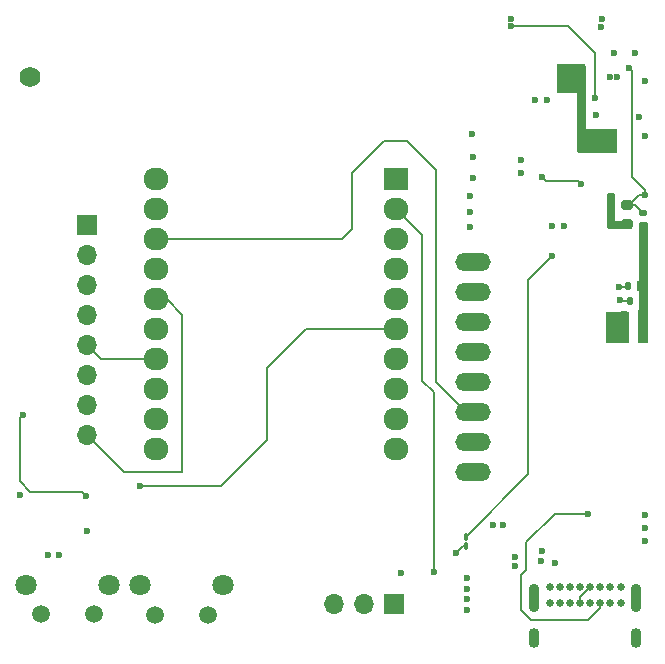
<source format=gbr>
%TF.GenerationSoftware,KiCad,Pcbnew,8.0.0*%
%TF.CreationDate,2025-02-07T12:18:44-03:30*%
%TF.ProjectId,Detection_Eval,44657465-6374-4696-9f6e-5f4576616c2e,rev?*%
%TF.SameCoordinates,Original*%
%TF.FileFunction,Copper,L1,Top*%
%TF.FilePolarity,Positive*%
%FSLAX46Y46*%
G04 Gerber Fmt 4.6, Leading zero omitted, Abs format (unit mm)*
G04 Created by KiCad (PCBNEW 8.0.0) date 2025-02-07 12:18:44*
%MOMM*%
%LPD*%
G01*
G04 APERTURE LIST*
G04 Aperture macros list*
%AMRoundRect*
0 Rectangle with rounded corners*
0 $1 Rounding radius*
0 $2 $3 $4 $5 $6 $7 $8 $9 X,Y pos of 4 corners*
0 Add a 4 corners polygon primitive as box body*
4,1,4,$2,$3,$4,$5,$6,$7,$8,$9,$2,$3,0*
0 Add four circle primitives for the rounded corners*
1,1,$1+$1,$2,$3*
1,1,$1+$1,$4,$5*
1,1,$1+$1,$6,$7*
1,1,$1+$1,$8,$9*
0 Add four rect primitives between the rounded corners*
20,1,$1+$1,$2,$3,$4,$5,0*
20,1,$1+$1,$4,$5,$6,$7,0*
20,1,$1+$1,$6,$7,$8,$9,0*
20,1,$1+$1,$8,$9,$2,$3,0*%
G04 Aperture macros list end*
%TA.AperFunction,ComponentPad*%
%ADD10O,1.700000X1.700000*%
%TD*%
%TA.AperFunction,ComponentPad*%
%ADD11R,1.700000X1.700000*%
%TD*%
%TA.AperFunction,SMDPad,CuDef*%
%ADD12RoundRect,0.135000X0.135000X0.185000X-0.135000X0.185000X-0.135000X-0.185000X0.135000X-0.185000X0*%
%TD*%
%TA.AperFunction,SMDPad,CuDef*%
%ADD13RoundRect,0.225000X0.225000X0.250000X-0.225000X0.250000X-0.225000X-0.250000X0.225000X-0.250000X0*%
%TD*%
%TA.AperFunction,SMDPad,CuDef*%
%ADD14RoundRect,0.100000X-0.100000X0.217500X-0.100000X-0.217500X0.100000X-0.217500X0.100000X0.217500X0*%
%TD*%
%TA.AperFunction,ComponentPad*%
%ADD15C,0.650000*%
%TD*%
%TA.AperFunction,ComponentPad*%
%ADD16O,0.900000X1.700000*%
%TD*%
%TA.AperFunction,ComponentPad*%
%ADD17O,0.900000X2.400000*%
%TD*%
%TA.AperFunction,ComponentPad*%
%ADD18C,1.498600*%
%TD*%
%TA.AperFunction,ComponentPad*%
%ADD19C,1.803400*%
%TD*%
%TA.AperFunction,ComponentPad*%
%ADD20C,1.760000*%
%TD*%
%TA.AperFunction,SMDPad,CuDef*%
%ADD21RoundRect,0.200000X-0.275000X0.200000X-0.275000X-0.200000X0.275000X-0.200000X0.275000X0.200000X0*%
%TD*%
%TA.AperFunction,SMDPad,CuDef*%
%ADD22RoundRect,0.135000X0.185000X-0.135000X0.185000X0.135000X-0.185000X0.135000X-0.185000X-0.135000X0*%
%TD*%
%TA.AperFunction,ComponentPad*%
%ADD23R,2.100000X1.900000*%
%TD*%
%TA.AperFunction,ComponentPad*%
%ADD24O,2.100000X1.900000*%
%TD*%
%TA.AperFunction,ComponentPad*%
%ADD25O,3.000000X1.500000*%
%TD*%
%TA.AperFunction,ViaPad*%
%ADD26C,0.600000*%
%TD*%
%TA.AperFunction,Conductor*%
%ADD27C,0.200000*%
%TD*%
G04 APERTURE END LIST*
D10*
%TO.P,U5,8,BL*%
%TO.N,BACKLIGHT*%
X96300000Y-124010000D03*
%TO.P,U5,7,RST*%
%TO.N,RESET*%
X96300000Y-121470000D03*
%TO.P,U5,6,DC*%
%TO.N,DATA{slash}CMD_SEL*%
X96300000Y-118930000D03*
%TO.P,U5,5,CS*%
%TO.N,HSPI_CS*%
X96300000Y-116390000D03*
%TO.P,U5,4,CLK*%
%TO.N,HSPI_CLK*%
X96300000Y-113850000D03*
%TO.P,U5,3,DIN*%
%TO.N,HSPI_MOSI*%
X96300000Y-111310000D03*
%TO.P,U5,2,GND*%
%TO.N,GND*%
X96300000Y-108770000D03*
D11*
%TO.P,U5,1,VCC*%
%TO.N,+3V3*%
X96300000Y-106230000D03*
%TD*%
D12*
%TO.P,R2,1*%
%TO.N,+5V*%
X143160000Y-111400000D03*
%TO.P,R2,2*%
%TO.N,Net-(U6-VIN)*%
X142140000Y-111400000D03*
%TD*%
D13*
%TO.P,C4,1*%
%TO.N,+5V*%
X143375000Y-114000000D03*
%TO.P,C4,2*%
%TO.N,GND*%
X141825000Y-114000000D03*
%TD*%
D12*
%TO.P,R4,1*%
%TO.N,+5V*%
X143350000Y-112650000D03*
%TO.P,R4,2*%
%TO.N,Net-(U6-VBAT)*%
X142330000Y-112650000D03*
%TD*%
D14*
%TO.P,D1,1,K*%
%TO.N,Net-(D1-K)*%
X128400000Y-132622500D03*
%TO.P,D1,2,A*%
%TO.N,Net-(D1-A)*%
X128400000Y-133437500D03*
%TD*%
D15*
%TO.P,J1,A1,GND*%
%TO.N,GND*%
X135560000Y-136840000D03*
%TO.P,J1,A4,VBUS*%
%TO.N,VBUS*%
X136410000Y-136840000D03*
%TO.P,J1,A5,CC1*%
%TO.N,/Battery/CC1*%
X137260000Y-136840000D03*
%TO.P,J1,A6,DP1*%
%TO.N,/Battery/DP*%
X138110000Y-136840000D03*
%TO.P,J1,A7,DN1*%
%TO.N,/Battery/DN*%
X138960000Y-136840000D03*
%TO.P,J1,A8,SBU1*%
%TO.N,unconnected-(J1-SBU1-PadA8)*%
X139810000Y-136840000D03*
%TO.P,J1,A9,VBUS*%
%TO.N,VBUS*%
X140660000Y-136840000D03*
%TO.P,J1,A12,GND*%
%TO.N,GND*%
X141510000Y-136840000D03*
%TO.P,J1,B1,GND*%
X141510000Y-138190000D03*
%TO.P,J1,B4,VBUS*%
%TO.N,VBUS*%
X140660000Y-138190000D03*
%TO.P,J1,B5,CC2*%
%TO.N,/Battery/CC2*%
X139810000Y-138190000D03*
%TO.P,J1,B6,DP2*%
%TO.N,/Battery/DP*%
X138960000Y-138190000D03*
%TO.P,J1,B7,DN2*%
%TO.N,/Battery/DN*%
X138110000Y-138190000D03*
%TO.P,J1,B8,SBU2*%
%TO.N,unconnected-(J1-SBU2-PadB8)*%
X137260000Y-138190000D03*
%TO.P,J1,B9,VBUS*%
%TO.N,VBUS*%
X136410000Y-138190000D03*
%TO.P,J1,B12,GND*%
%TO.N,GND*%
X135560000Y-138190000D03*
D16*
%TO.P,J1,S1,SHELL*%
X134210000Y-141200000D03*
%TO.P,J1,S2,SHELL*%
X142860000Y-141200000D03*
D17*
%TO.P,J1,S3,SHELL*%
X134210000Y-137820000D03*
%TO.P,J1,S4,SHELL*%
X142860000Y-137820000D03*
%TD*%
D18*
%TO.P,U9,1,1*%
%TO.N,Net-(C1-Pad2)*%
X102109999Y-139200000D03*
%TO.P,U9,2,2*%
%TO.N,+5V*%
X106610000Y-139200000D03*
D19*
%TO.P,U9,3,3*%
%TO.N,GND*%
X100854999Y-136709701D03*
%TO.P,U9,4,4*%
X107865000Y-136709701D03*
%TD*%
D13*
%TO.P,C5,1*%
%TO.N,+5V*%
X143375000Y-115700000D03*
%TO.P,C5,2*%
%TO.N,GND*%
X141825000Y-115700000D03*
%TD*%
D20*
%TO.P,BT2,N*%
%TO.N,GND*%
X91500000Y-93700000D03*
%TO.P,BT2,P*%
%TO.N,Net-(BT2-PadP)*%
X137370000Y-93700000D03*
%TD*%
D18*
%TO.P,U2,1,1*%
%TO.N,Net-(C2-Pad2)*%
X92471749Y-139166699D03*
%TO.P,U2,2,2*%
%TO.N,+5V*%
X96971750Y-139166699D03*
D19*
%TO.P,U2,3,3*%
%TO.N,GND*%
X91216749Y-136676400D03*
%TO.P,U2,4,4*%
X98226750Y-136676400D03*
%TD*%
D11*
%TO.P,U4,1,SIGNAL*%
%TO.N,Net-(U4-SIGNAL)*%
X122335000Y-138325000D03*
D10*
%TO.P,U4,2,V+*%
%TO.N,+3V3*%
X119795000Y-138325000D03*
%TO.P,U4,3,GND*%
%TO.N,GND*%
X117255000Y-138325000D03*
%TD*%
D21*
%TO.P,R12,1*%
%TO.N,Net-(U7-FB)*%
X142050000Y-104500000D03*
%TO.P,R12,2*%
%TO.N,GND*%
X142050000Y-106150000D03*
%TD*%
D22*
%TO.P,R11,1*%
%TO.N,+5V*%
X143400000Y-106200000D03*
%TO.P,R11,2*%
%TO.N,Net-(U7-FB)*%
X143400000Y-105180000D03*
%TD*%
D23*
%TO.P,U6,1,RESET_5V*%
%TO.N,unconnected-(U6-RESET_5V-Pad1)*%
X122500000Y-102340000D03*
D24*
%TO.P,U6,2,ADC*%
%TO.N,ECG*%
X122500000Y-104880000D03*
%TO.P,U6,3,CH_PD*%
%TO.N,unconnected-(U6-CH_PD-Pad3)*%
X122500000Y-107420000D03*
%TO.P,U6,4,GPIO16*%
%TO.N,RESET*%
X122500000Y-109960000D03*
%TO.P,U6,5,GPIO14*%
%TO.N,HSPI_CLK*%
X122500000Y-112500000D03*
%TO.P,U6,6,GPIO12*%
%TO.N,Net-(U6-GPIO12)*%
X122500000Y-115040000D03*
%TO.P,U6,7,GPIO13*%
%TO.N,HSPI_MOSI*%
X122500000Y-117580000D03*
%TO.P,U6,8,VIN*%
%TO.N,Net-(U6-VIN)*%
X122500000Y-120120000D03*
%TO.P,U6,9,VBAT*%
%TO.N,Net-(U6-VBAT)*%
X122500000Y-122660000D03*
%TO.P,U6,10,GND*%
%TO.N,GND*%
X122500000Y-125200000D03*
%TO.P,U6,11,GND*%
X102180000Y-125200000D03*
%TO.P,U6,12,LDO_EN*%
%TO.N,unconnected-(U6-LDO_EN-Pad12)*%
X102180000Y-122660000D03*
%TO.P,U6,13,3.3V*%
%TO.N,+3V3*%
X102180000Y-120120000D03*
%TO.P,U6,14,GPIO15*%
%TO.N,HSPI_CS*%
X102180000Y-117580000D03*
%TO.P,U6,15,GPIO2*%
%TO.N,DATA{slash}CMD_SEL*%
X102180000Y-115040000D03*
%TO.P,U6,16,GPIO0*%
%TO.N,BACKLIGHT*%
X102180000Y-112500000D03*
%TO.P,U6,17,GPIO4*%
%TO.N,SDA_ACCEL*%
X102180000Y-109960000D03*
%TO.P,U6,18,GPIO5*%
%TO.N,SCL_ACCEL*%
X102180000Y-107420000D03*
%TO.P,U6,19,RXD*%
%TO.N,unconnected-(U6-RXD-Pad19)*%
X102180000Y-104880000D03*
%TO.P,U6,20,TXD*%
%TO.N,unconnected-(U6-TXD-Pad20)*%
X102180000Y-102340000D03*
%TD*%
D25*
%TO.P,U3,8,INT*%
%TO.N,unconnected-(U3-INT-Pad8)*%
X129018400Y-109387400D03*
%TO.P,U3,7,ADO*%
%TO.N,Net-(U3-ADO)*%
X129018400Y-111927400D03*
%TO.P,U3,6,XCL*%
%TO.N,unconnected-(U3-XCL-Pad6)*%
X129018400Y-114467400D03*
%TO.P,U3,5,XDA*%
%TO.N,unconnected-(U3-XDA-Pad5)*%
X129018400Y-117007400D03*
%TO.P,U3,4,SDA*%
%TO.N,SDA_ACCEL*%
X129018400Y-119547400D03*
%TO.P,U3,3,SCL*%
%TO.N,SCL_ACCEL*%
X129018400Y-122087400D03*
%TO.P,U3,2,GND*%
%TO.N,GND*%
X129018400Y-124627400D03*
%TO.P,U3,1,VCC*%
%TO.N,+3V3*%
X129018400Y-127167400D03*
%TD*%
D26*
%TO.N,Net-(BT2-PadP)*%
X140850000Y-99750000D03*
X140050000Y-99750000D03*
%TO.N,+5V*%
X143400000Y-107600000D03*
%TO.N,Net-(U7-SW)*%
X132250000Y-89400000D03*
%TO.N,VDD*%
X133050000Y-101800000D03*
%TO.N,GND*%
X122950000Y-135650000D03*
%TO.N,VDD*%
X130700000Y-131650000D03*
X131600000Y-131650000D03*
%TO.N,VBUS*%
X132550000Y-134350000D03*
X132550000Y-135100000D03*
%TO.N,GND*%
X136000000Y-134800000D03*
X134800000Y-134700000D03*
X134850000Y-133800000D03*
%TO.N,VCC*%
X143550000Y-94000000D03*
%TO.N,Net-(U7-FB)*%
X143610000Y-103700000D03*
X142250000Y-92950000D03*
%TO.N,Net-(D1-K)*%
X135750000Y-108850000D03*
%TO.N,Net-(U6-VIN)*%
X141400000Y-111450000D03*
%TO.N,Net-(U6-VBAT)*%
X141470000Y-112600000D03*
%TO.N,Net-(U6-GPIO12)*%
X100850000Y-128350000D03*
%TO.N,ECG*%
X125700000Y-135600000D03*
%TO.N,FAILSAFE*%
X96250000Y-129150000D03*
X90950000Y-122300000D03*
%TO.N,Net-(U8-OUT)*%
X138150000Y-102747802D03*
X134836589Y-102172073D03*
%TO.N,VDD*%
X133050000Y-100750000D03*
%TO.N,+5V*%
X96350000Y-132100000D03*
%TO.N,/Battery/CC2*%
X138750000Y-130700000D03*
%TO.N,VCC*%
X135300000Y-95600000D03*
X134300000Y-95600000D03*
X143100000Y-97050000D03*
%TO.N,Net-(U7-SW)*%
X139350000Y-95450000D03*
X132250000Y-88800000D03*
%TO.N,+5V*%
X143400000Y-108850000D03*
X143400000Y-110050000D03*
X140600000Y-93700000D03*
X141250000Y-93700000D03*
%TO.N,Net-(D1-A)*%
X127600000Y-134000000D03*
%TO.N,GND*%
X140550000Y-115650000D03*
X140550000Y-114850000D03*
X140550000Y-114050000D03*
X90700000Y-129100000D03*
X94000000Y-134200000D03*
X93000000Y-134200000D03*
X143600000Y-133000000D03*
X143600000Y-131900000D03*
X143600000Y-130800000D03*
X128500000Y-138800000D03*
X128500000Y-137900000D03*
X128500000Y-137000000D03*
X128500000Y-136100000D03*
X139900000Y-89450000D03*
X139950000Y-88800000D03*
X140700000Y-104700000D03*
X140700000Y-105500000D03*
X140700000Y-103900000D03*
X136700000Y-106300000D03*
X135700000Y-106300000D03*
X143610000Y-98700000D03*
X139400000Y-96900000D03*
X128800000Y-106400000D03*
X128800000Y-105100000D03*
X128800000Y-103800000D03*
X129000000Y-102200000D03*
X129000000Y-100500000D03*
X128900000Y-98500000D03*
%TO.N,VCC*%
X141000000Y-91700000D03*
X142700000Y-91700000D03*
%TD*%
D27*
%TO.N,Net-(U7-SW)*%
X139350000Y-91650000D02*
X139350000Y-95450000D01*
X137100000Y-89400000D02*
X139350000Y-91650000D01*
X132250000Y-89400000D02*
X137100000Y-89400000D01*
%TO.N,Net-(U8-OUT)*%
X134836589Y-102172073D02*
X135164516Y-102500000D01*
X137902198Y-102500000D02*
X138150000Y-102747802D01*
X135164516Y-102500000D02*
X137902198Y-102500000D01*
%TO.N,Net-(D1-K)*%
X133700000Y-110900000D02*
X133700000Y-127322500D01*
X133700000Y-127322500D02*
X128400000Y-132622500D01*
X135750000Y-108850000D02*
X133700000Y-110900000D01*
%TO.N,Net-(U7-FB)*%
X143050000Y-103700000D02*
X142250000Y-104500000D01*
X143610000Y-103700000D02*
X143050000Y-103700000D01*
X143610000Y-103700000D02*
X143610000Y-103260000D01*
X142500000Y-102150000D02*
X142500000Y-93200000D01*
X143610000Y-103260000D02*
X142500000Y-102150000D01*
X142500000Y-93200000D02*
X142250000Y-92950000D01*
%TO.N,/Battery/CC2*%
X133100000Y-138850000D02*
X133100000Y-135850000D01*
X133950000Y-139700000D02*
X133100000Y-138850000D01*
X135950000Y-130700000D02*
X138750000Y-130700000D01*
X138759619Y-139700000D02*
X133950000Y-139700000D01*
X133550000Y-135400000D02*
X133550000Y-133100000D01*
X133100000Y-135850000D02*
X133550000Y-135400000D01*
X139810000Y-138649619D02*
X138759619Y-139700000D01*
X133550000Y-133100000D02*
X135950000Y-130700000D01*
X139810000Y-138190000D02*
X139810000Y-138649619D01*
%TO.N,SCL_ACCEL*%
X125850000Y-119550000D02*
X128387400Y-122087400D01*
X123400000Y-99100000D02*
X125850000Y-101550000D01*
X128387400Y-122087400D02*
X129018400Y-122087400D01*
X121450000Y-99100000D02*
X123400000Y-99100000D01*
X118750000Y-106600000D02*
X118750000Y-101800000D01*
X117930000Y-107420000D02*
X118750000Y-106600000D01*
X118750000Y-101800000D02*
X121450000Y-99100000D01*
X125850000Y-101550000D02*
X125850000Y-119550000D01*
X102180000Y-107420000D02*
X117930000Y-107420000D01*
%TO.N,BACKLIGHT*%
X103100000Y-112500000D02*
X102180000Y-112500000D01*
X104400000Y-113800000D02*
X103100000Y-112500000D01*
X99440000Y-127150000D02*
X104400000Y-127150000D01*
X96300000Y-124010000D02*
X99440000Y-127150000D01*
X104400000Y-127150000D02*
X104400000Y-113800000D01*
%TO.N,Net-(U6-GPIO12)*%
X114860000Y-115040000D02*
X122500000Y-115040000D01*
X111600000Y-124450000D02*
X111600000Y-118300000D01*
X107700000Y-128350000D02*
X111600000Y-124450000D01*
X100850000Y-128350000D02*
X107700000Y-128350000D01*
X111600000Y-118300000D02*
X114860000Y-115040000D01*
%TO.N,FAILSAFE*%
X90650000Y-122600000D02*
X90950000Y-122300000D01*
X90650000Y-127900000D02*
X90650000Y-122600000D01*
X91550000Y-128800000D02*
X90650000Y-127900000D01*
X95900000Y-128800000D02*
X91550000Y-128800000D01*
X96250000Y-129150000D02*
X95900000Y-128800000D01*
%TO.N,Net-(U7-FB)*%
X142720000Y-104500000D02*
X143400000Y-105180000D01*
X142050000Y-104500000D02*
X142720000Y-104500000D01*
%TO.N,Net-(U6-VBAT)*%
X141520000Y-112650000D02*
X141470000Y-112600000D01*
X142330000Y-112650000D02*
X141520000Y-112650000D01*
%TO.N,Net-(U6-VIN)*%
X142300000Y-111450000D02*
X141400000Y-111450000D01*
%TO.N,ECG*%
X124700000Y-107080000D02*
X122500000Y-104880000D01*
X124700000Y-119400000D02*
X124700000Y-107080000D01*
X125700000Y-120400000D02*
X124700000Y-119400000D01*
X125700000Y-135600000D02*
X125700000Y-120400000D01*
%TO.N,HSPI_CS*%
X97490000Y-117580000D02*
X102180000Y-117580000D01*
X96300000Y-116390000D02*
X97490000Y-117580000D01*
%TO.N,/Battery/DN*%
X138960000Y-136880381D02*
X138960000Y-136840000D01*
X138110000Y-137730381D02*
X138960000Y-136880381D01*
X138110000Y-138190000D02*
X138110000Y-137730381D01*
%TO.N,Net-(D1-A)*%
X128162500Y-133437500D02*
X127600000Y-134000000D01*
X128400000Y-133437500D02*
X128162500Y-133437500D01*
%TD*%
%TA.AperFunction,Conductor*%
%TO.N,GND*%
G36*
X142193039Y-113619685D02*
G01*
X142238794Y-113672489D01*
X142250000Y-113724000D01*
X142250000Y-116076000D01*
X142230315Y-116143039D01*
X142177511Y-116188794D01*
X142126000Y-116200000D01*
X140374000Y-116200000D01*
X140306961Y-116180315D01*
X140261206Y-116127511D01*
X140250000Y-116076000D01*
X140250000Y-113724000D01*
X140269685Y-113656961D01*
X140322489Y-113611206D01*
X140374000Y-113600000D01*
X142126000Y-113600000D01*
X142193039Y-113619685D01*
G37*
%TD.AperFunction*%
%TD*%
%TA.AperFunction,Conductor*%
%TO.N,+5V*%
G36*
X143793039Y-105969685D02*
G01*
X143838794Y-106022489D01*
X143850000Y-106074000D01*
X143850000Y-116076000D01*
X143830315Y-116143039D01*
X143777511Y-116188794D01*
X143726000Y-116200000D01*
X143074000Y-116200000D01*
X143006961Y-116180315D01*
X142961206Y-116127511D01*
X142950000Y-116076000D01*
X142950000Y-113572040D01*
X142969685Y-113505001D01*
X143022489Y-113459246D01*
X143091647Y-113449302D01*
X143098664Y-113450962D01*
X143100000Y-113450000D01*
X143100000Y-112910408D01*
X143100382Y-112900679D01*
X143100500Y-112899181D01*
X143100499Y-112400820D01*
X143100382Y-112399332D01*
X143100000Y-112389607D01*
X143100000Y-111800000D01*
X143032773Y-111800000D01*
X142965734Y-111780315D01*
X142919979Y-111727511D01*
X142909155Y-111666272D01*
X142910499Y-111649188D01*
X142910500Y-111649181D01*
X142910499Y-111150820D01*
X142907665Y-111114796D01*
X142905864Y-111108596D01*
X142906062Y-111038728D01*
X142944003Y-110980057D01*
X143007641Y-110951213D01*
X143024940Y-110950000D01*
X143100000Y-110950000D01*
X143100000Y-106074499D01*
X143119685Y-106007460D01*
X143172489Y-105961705D01*
X143223996Y-105950499D01*
X143649180Y-105950499D01*
X143649193Y-105950498D01*
X143650668Y-105950382D01*
X143660393Y-105950000D01*
X143726000Y-105950000D01*
X143793039Y-105969685D01*
G37*
%TD.AperFunction*%
%TD*%
%TA.AperFunction,Conductor*%
%TO.N,GND*%
G36*
X140945649Y-103519685D02*
G01*
X140991404Y-103572489D01*
X141002582Y-103621362D01*
X141049999Y-105849999D01*
X141050000Y-105850000D01*
X142376000Y-105850000D01*
X142443039Y-105869685D01*
X142488794Y-105922489D01*
X142500000Y-105974000D01*
X142500000Y-106426000D01*
X142480315Y-106493039D01*
X142427511Y-106538794D01*
X142376000Y-106550000D01*
X141500000Y-106550000D01*
X140521984Y-106550000D01*
X140454945Y-106530315D01*
X140409190Y-106477511D01*
X140398001Y-106428033D01*
X140352066Y-103626033D01*
X140370649Y-103558679D01*
X140422696Y-103512065D01*
X140476049Y-103500000D01*
X140878610Y-103500000D01*
X140945649Y-103519685D01*
G37*
%TD.AperFunction*%
%TD*%
%TA.AperFunction,Conductor*%
%TO.N,Net-(BT2-PadP)*%
G36*
X138493039Y-92619685D02*
G01*
X138538794Y-92672489D01*
X138550000Y-92724000D01*
X138550000Y-95393647D01*
X138549220Y-95407531D01*
X138544435Y-95449998D01*
X138544435Y-95450002D01*
X138549220Y-95492468D01*
X138550000Y-95506352D01*
X138550000Y-98100000D01*
X141126000Y-98100000D01*
X141193039Y-98119685D01*
X141238794Y-98172489D01*
X141250000Y-98224000D01*
X141250000Y-99976000D01*
X141230315Y-100043039D01*
X141177511Y-100088794D01*
X141126000Y-100100000D01*
X137974000Y-100100000D01*
X137906961Y-100080315D01*
X137861206Y-100027511D01*
X137850000Y-99976000D01*
X137850000Y-95050000D01*
X136224000Y-95050000D01*
X136156961Y-95030315D01*
X136111206Y-94977511D01*
X136100000Y-94926000D01*
X136100000Y-92724000D01*
X136119685Y-92656961D01*
X136172489Y-92611206D01*
X136224000Y-92600000D01*
X138426000Y-92600000D01*
X138493039Y-92619685D01*
G37*
%TD.AperFunction*%
%TD*%
M02*

</source>
